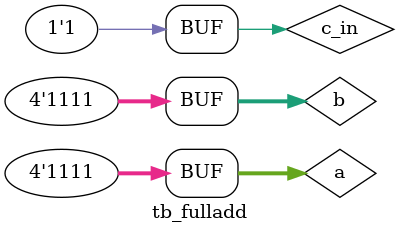
<source format=v>
module tb_fulladd;
	//ports
	reg [3:0]a,b;
	reg c_in;
	wire [3:0]sum;
	wire c_out;

	//instantiate fulladd
	fulladd4b myfulladd(a,b,c_in,sum,c_out);

	//simulate

	//start monitoring
	initial
		begin
			$monitor($time," --- a=%b b=%b c=%b --- sum=%b c_out=%b",a,b,c_in,sum,c_out);
		end

	//stimulate inputs
	initial
		begin
			a=4'd0;b=4'd0;c_in=0;
			#5 a=4'd0;b=4'd15;c_in=1;
			#5 a='b1100;b='b0011;c_in=0;
			#5 a='b1100;b='b0011;c_in=1;
			#5 a='b1111;b='b1111;c_in=0;
			#5 a='b1111;b='b1111;c_in=1;
		end


endmodule

</source>
